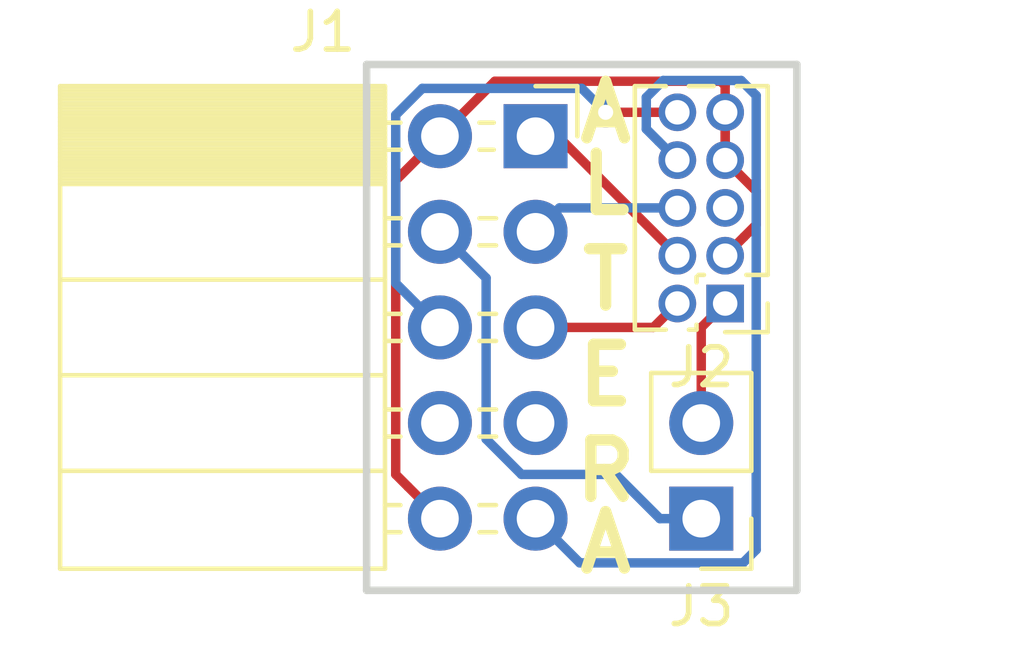
<source format=kicad_pcb>
(kicad_pcb (version 20171130) (host pcbnew 5.0.1)

  (general
    (thickness 1.6)
    (drawings 10)
    (tracks 47)
    (zones 0)
    (modules 3)
    (nets 12)
  )

  (page A4)
  (layers
    (0 F.Cu signal)
    (31 B.Cu signal)
    (32 B.Adhes user)
    (33 F.Adhes user)
    (34 B.Paste user)
    (35 F.Paste user)
    (36 B.SilkS user)
    (37 F.SilkS user)
    (38 B.Mask user)
    (39 F.Mask user)
    (40 Dwgs.User user)
    (41 Cmts.User user)
    (42 Eco1.User user)
    (43 Eco2.User user)
    (44 Edge.Cuts user)
    (45 Margin user)
    (46 B.CrtYd user)
    (47 F.CrtYd user)
    (48 B.Fab user)
    (49 F.Fab user)
  )

  (setup
    (last_trace_width 0.25)
    (trace_clearance 0.2)
    (zone_clearance 0.508)
    (zone_45_only no)
    (trace_min 0.2)
    (segment_width 0.2)
    (edge_width 0.15)
    (via_size 0.8)
    (via_drill 0.4)
    (via_min_size 0.4)
    (via_min_drill 0.3)
    (uvia_size 0.3)
    (uvia_drill 0.1)
    (uvias_allowed no)
    (uvia_min_size 0.2)
    (uvia_min_drill 0.1)
    (pcb_text_width 0.3)
    (pcb_text_size 1.5 1.5)
    (mod_edge_width 0.15)
    (mod_text_size 1 1)
    (mod_text_width 0.15)
    (pad_size 1.524 1.524)
    (pad_drill 0.762)
    (pad_to_mask_clearance 0.051)
    (solder_mask_min_width 0.25)
    (aux_axis_origin 0 0)
    (visible_elements FFFFFF7F)
    (pcbplotparams
      (layerselection 0x010fc_ffffffff)
      (usegerberextensions false)
      (usegerberattributes false)
      (usegerberadvancedattributes false)
      (creategerberjobfile false)
      (excludeedgelayer true)
      (linewidth 0.100000)
      (plotframeref false)
      (viasonmask false)
      (mode 1)
      (useauxorigin false)
      (hpglpennumber 1)
      (hpglpenspeed 20)
      (hpglpendiameter 15.000000)
      (psnegative false)
      (psa4output false)
      (plotreference true)
      (plotvalue true)
      (plotinvisibletext false)
      (padsonsilk false)
      (subtractmaskfromsilk false)
      (outputformat 1)
      (mirror false)
      (drillshape 0)
      (scaleselection 1)
      (outputdirectory "gerber"))
  )

  (net 0 "")
  (net 1 TMS)
  (net 2 GND)
  (net 3 TCK)
  (net 4 3V3)
  (net 5 VDD)
  (net 6 TDO)
  (net 7 SRST)
  (net 8 "Net-(J1-Pad7)")
  (net 9 TRST)
  (net 10 TDI)
  (net 11 "Net-(J2-Pad5)")

  (net_class Default "Dit is de standaard class."
    (clearance 0.2)
    (trace_width 0.25)
    (via_dia 0.8)
    (via_drill 0.4)
    (uvia_dia 0.3)
    (uvia_drill 0.1)
    (add_net 3V3)
    (add_net GND)
    (add_net "Net-(J1-Pad7)")
    (add_net "Net-(J2-Pad5)")
    (add_net SRST)
    (add_net TCK)
    (add_net TDI)
    (add_net TDO)
    (add_net TMS)
    (add_net TRST)
    (add_net VDD)
  )

  (module Connector_PinSocket_2.54mm:PinSocket_2x05_P2.54mm_Horizontal (layer F.Cu) (tedit 5A19A422) (tstamp 5BF23DE3)
    (at 127.677984 74.93)
    (descr "Through hole angled socket strip, 2x05, 2.54mm pitch, 8.51mm socket length, double cols (from Kicad 4.0.7), script generated")
    (tags "Through hole angled socket strip THT 2x05 2.54mm double row")
    (path /5BF1B2DB)
    (fp_text reference J1 (at -5.65 -2.77) (layer F.SilkS)
      (effects (font (size 1 1) (thickness 0.15)))
    )
    (fp_text value Conn_02x05_Odd_Even (at -5.65 12.93) (layer F.Fab)
      (effects (font (size 1 1) (thickness 0.15)))
    )
    (fp_line (start -12.57 -1.27) (end -5.03 -1.27) (layer F.Fab) (width 0.1))
    (fp_line (start -5.03 -1.27) (end -4.06 -0.3) (layer F.Fab) (width 0.1))
    (fp_line (start -4.06 -0.3) (end -4.06 11.43) (layer F.Fab) (width 0.1))
    (fp_line (start -4.06 11.43) (end -12.57 11.43) (layer F.Fab) (width 0.1))
    (fp_line (start -12.57 11.43) (end -12.57 -1.27) (layer F.Fab) (width 0.1))
    (fp_line (start 0 -0.3) (end -4.06 -0.3) (layer F.Fab) (width 0.1))
    (fp_line (start -4.06 0.3) (end 0 0.3) (layer F.Fab) (width 0.1))
    (fp_line (start 0 0.3) (end 0 -0.3) (layer F.Fab) (width 0.1))
    (fp_line (start 0 2.24) (end -4.06 2.24) (layer F.Fab) (width 0.1))
    (fp_line (start -4.06 2.84) (end 0 2.84) (layer F.Fab) (width 0.1))
    (fp_line (start 0 2.84) (end 0 2.24) (layer F.Fab) (width 0.1))
    (fp_line (start 0 4.78) (end -4.06 4.78) (layer F.Fab) (width 0.1))
    (fp_line (start -4.06 5.38) (end 0 5.38) (layer F.Fab) (width 0.1))
    (fp_line (start 0 5.38) (end 0 4.78) (layer F.Fab) (width 0.1))
    (fp_line (start 0 7.32) (end -4.06 7.32) (layer F.Fab) (width 0.1))
    (fp_line (start -4.06 7.92) (end 0 7.92) (layer F.Fab) (width 0.1))
    (fp_line (start 0 7.92) (end 0 7.32) (layer F.Fab) (width 0.1))
    (fp_line (start 0 9.86) (end -4.06 9.86) (layer F.Fab) (width 0.1))
    (fp_line (start -4.06 10.46) (end 0 10.46) (layer F.Fab) (width 0.1))
    (fp_line (start 0 10.46) (end 0 9.86) (layer F.Fab) (width 0.1))
    (fp_line (start -12.63 -1.21) (end -4 -1.21) (layer F.SilkS) (width 0.12))
    (fp_line (start -12.63 -1.091905) (end -4 -1.091905) (layer F.SilkS) (width 0.12))
    (fp_line (start -12.63 -0.97381) (end -4 -0.97381) (layer F.SilkS) (width 0.12))
    (fp_line (start -12.63 -0.855715) (end -4 -0.855715) (layer F.SilkS) (width 0.12))
    (fp_line (start -12.63 -0.73762) (end -4 -0.73762) (layer F.SilkS) (width 0.12))
    (fp_line (start -12.63 -0.619525) (end -4 -0.619525) (layer F.SilkS) (width 0.12))
    (fp_line (start -12.63 -0.50143) (end -4 -0.50143) (layer F.SilkS) (width 0.12))
    (fp_line (start -12.63 -0.383335) (end -4 -0.383335) (layer F.SilkS) (width 0.12))
    (fp_line (start -12.63 -0.26524) (end -4 -0.26524) (layer F.SilkS) (width 0.12))
    (fp_line (start -12.63 -0.147145) (end -4 -0.147145) (layer F.SilkS) (width 0.12))
    (fp_line (start -12.63 -0.02905) (end -4 -0.02905) (layer F.SilkS) (width 0.12))
    (fp_line (start -12.63 0.089045) (end -4 0.089045) (layer F.SilkS) (width 0.12))
    (fp_line (start -12.63 0.20714) (end -4 0.20714) (layer F.SilkS) (width 0.12))
    (fp_line (start -12.63 0.325235) (end -4 0.325235) (layer F.SilkS) (width 0.12))
    (fp_line (start -12.63 0.44333) (end -4 0.44333) (layer F.SilkS) (width 0.12))
    (fp_line (start -12.63 0.561425) (end -4 0.561425) (layer F.SilkS) (width 0.12))
    (fp_line (start -12.63 0.67952) (end -4 0.67952) (layer F.SilkS) (width 0.12))
    (fp_line (start -12.63 0.797615) (end -4 0.797615) (layer F.SilkS) (width 0.12))
    (fp_line (start -12.63 0.91571) (end -4 0.91571) (layer F.SilkS) (width 0.12))
    (fp_line (start -12.63 1.033805) (end -4 1.033805) (layer F.SilkS) (width 0.12))
    (fp_line (start -12.63 1.1519) (end -4 1.1519) (layer F.SilkS) (width 0.12))
    (fp_line (start -4 -0.36) (end -3.59 -0.36) (layer F.SilkS) (width 0.12))
    (fp_line (start -1.49 -0.36) (end -1.11 -0.36) (layer F.SilkS) (width 0.12))
    (fp_line (start -4 0.36) (end -3.59 0.36) (layer F.SilkS) (width 0.12))
    (fp_line (start -1.49 0.36) (end -1.11 0.36) (layer F.SilkS) (width 0.12))
    (fp_line (start -4 2.18) (end -3.59 2.18) (layer F.SilkS) (width 0.12))
    (fp_line (start -1.49 2.18) (end -1.05 2.18) (layer F.SilkS) (width 0.12))
    (fp_line (start -4 2.9) (end -3.59 2.9) (layer F.SilkS) (width 0.12))
    (fp_line (start -1.49 2.9) (end -1.05 2.9) (layer F.SilkS) (width 0.12))
    (fp_line (start -4 4.72) (end -3.59 4.72) (layer F.SilkS) (width 0.12))
    (fp_line (start -1.49 4.72) (end -1.05 4.72) (layer F.SilkS) (width 0.12))
    (fp_line (start -4 5.44) (end -3.59 5.44) (layer F.SilkS) (width 0.12))
    (fp_line (start -1.49 5.44) (end -1.05 5.44) (layer F.SilkS) (width 0.12))
    (fp_line (start -4 7.26) (end -3.59 7.26) (layer F.SilkS) (width 0.12))
    (fp_line (start -1.49 7.26) (end -1.05 7.26) (layer F.SilkS) (width 0.12))
    (fp_line (start -4 7.98) (end -3.59 7.98) (layer F.SilkS) (width 0.12))
    (fp_line (start -1.49 7.98) (end -1.05 7.98) (layer F.SilkS) (width 0.12))
    (fp_line (start -4 9.8) (end -3.59 9.8) (layer F.SilkS) (width 0.12))
    (fp_line (start -1.49 9.8) (end -1.05 9.8) (layer F.SilkS) (width 0.12))
    (fp_line (start -4 10.52) (end -3.59 10.52) (layer F.SilkS) (width 0.12))
    (fp_line (start -1.49 10.52) (end -1.05 10.52) (layer F.SilkS) (width 0.12))
    (fp_line (start -12.63 1.27) (end -4 1.27) (layer F.SilkS) (width 0.12))
    (fp_line (start -12.63 3.81) (end -4 3.81) (layer F.SilkS) (width 0.12))
    (fp_line (start -12.63 6.35) (end -4 6.35) (layer F.SilkS) (width 0.12))
    (fp_line (start -12.63 8.89) (end -4 8.89) (layer F.SilkS) (width 0.12))
    (fp_line (start -12.63 -1.33) (end -4 -1.33) (layer F.SilkS) (width 0.12))
    (fp_line (start -4 -1.33) (end -4 11.49) (layer F.SilkS) (width 0.12))
    (fp_line (start -12.63 11.49) (end -4 11.49) (layer F.SilkS) (width 0.12))
    (fp_line (start -12.63 -1.33) (end -12.63 11.49) (layer F.SilkS) (width 0.12))
    (fp_line (start 1.11 -1.33) (end 1.11 0) (layer F.SilkS) (width 0.12))
    (fp_line (start 0 -1.33) (end 1.11 -1.33) (layer F.SilkS) (width 0.12))
    (fp_line (start 1.8 -1.75) (end -13.05 -1.75) (layer F.CrtYd) (width 0.05))
    (fp_line (start -13.05 -1.75) (end -13.05 11.95) (layer F.CrtYd) (width 0.05))
    (fp_line (start -13.05 11.95) (end 1.8 11.95) (layer F.CrtYd) (width 0.05))
    (fp_line (start 1.8 11.95) (end 1.8 -1.75) (layer F.CrtYd) (width 0.05))
    (fp_text user %R (at -8.315 5.08 90) (layer F.Fab)
      (effects (font (size 1 1) (thickness 0.15)))
    )
    (pad 1 thru_hole rect (at 0 0) (size 1.7 1.7) (drill 1) (layers *.Cu *.Mask)
      (net 3 TCK))
    (pad 2 thru_hole oval (at -2.54 0) (size 1.7 1.7) (drill 1) (layers *.Cu *.Mask)
      (net 2 GND))
    (pad 3 thru_hole oval (at 0 2.54) (size 1.7 1.7) (drill 1) (layers *.Cu *.Mask)
      (net 6 TDO))
    (pad 4 thru_hole oval (at -2.54 2.54) (size 1.7 1.7) (drill 1) (layers *.Cu *.Mask)
      (net 4 3V3))
    (pad 5 thru_hole oval (at 0 5.08) (size 1.7 1.7) (drill 1) (layers *.Cu *.Mask)
      (net 1 TMS))
    (pad 6 thru_hole oval (at -2.54 5.08) (size 1.7 1.7) (drill 1) (layers *.Cu *.Mask)
      (net 7 SRST))
    (pad 7 thru_hole oval (at 0 7.62) (size 1.7 1.7) (drill 1) (layers *.Cu *.Mask)
      (net 8 "Net-(J1-Pad7)"))
    (pad 8 thru_hole oval (at -2.54 7.62) (size 1.7 1.7) (drill 1) (layers *.Cu *.Mask)
      (net 9 TRST))
    (pad 9 thru_hole oval (at 0 10.16) (size 1.7 1.7) (drill 1) (layers *.Cu *.Mask)
      (net 10 TDI))
    (pad 10 thru_hole oval (at -2.54 10.16) (size 1.7 1.7) (drill 1) (layers *.Cu *.Mask)
      (net 2 GND))
    (model ${KISYS3DMOD}/Connector_PinSocket_2.54mm.3dshapes/PinSocket_2x05_P2.54mm_Horizontal.wrl
      (at (xyz 0 0 0))
      (scale (xyz 1 1 1))
      (rotate (xyz 0 0 0))
    )
  )

  (module Connector_PinHeader_1.27mm:PinHeader_2x05_P1.27mm_Vertical (layer F.Cu) (tedit 59FED6E3) (tstamp 5BF23E08)
    (at 132.715 79.375 180)
    (descr "Through hole straight pin header, 2x05, 1.27mm pitch, double rows")
    (tags "Through hole pin header THT 2x05 1.27mm double row")
    (path /5BF1B453)
    (fp_text reference J2 (at 0.635 -1.695 180) (layer F.SilkS)
      (effects (font (size 1 1) (thickness 0.15)))
    )
    (fp_text value Conn_02x05_Odd_Even (at 0.635 6.775 180) (layer F.Fab)
      (effects (font (size 1 1) (thickness 0.15)))
    )
    (fp_line (start -0.2175 -0.635) (end 2.34 -0.635) (layer F.Fab) (width 0.1))
    (fp_line (start 2.34 -0.635) (end 2.34 5.715) (layer F.Fab) (width 0.1))
    (fp_line (start 2.34 5.715) (end -1.07 5.715) (layer F.Fab) (width 0.1))
    (fp_line (start -1.07 5.715) (end -1.07 0.2175) (layer F.Fab) (width 0.1))
    (fp_line (start -1.07 0.2175) (end -0.2175 -0.635) (layer F.Fab) (width 0.1))
    (fp_line (start -1.13 5.775) (end -0.30753 5.775) (layer F.SilkS) (width 0.12))
    (fp_line (start 1.57753 5.775) (end 2.4 5.775) (layer F.SilkS) (width 0.12))
    (fp_line (start 0.30753 5.775) (end 0.96247 5.775) (layer F.SilkS) (width 0.12))
    (fp_line (start -1.13 0.76) (end -1.13 5.775) (layer F.SilkS) (width 0.12))
    (fp_line (start 2.4 -0.695) (end 2.4 5.775) (layer F.SilkS) (width 0.12))
    (fp_line (start -1.13 0.76) (end -0.563471 0.76) (layer F.SilkS) (width 0.12))
    (fp_line (start 0.563471 0.76) (end 0.706529 0.76) (layer F.SilkS) (width 0.12))
    (fp_line (start 0.76 0.706529) (end 0.76 0.563471) (layer F.SilkS) (width 0.12))
    (fp_line (start 0.76 -0.563471) (end 0.76 -0.695) (layer F.SilkS) (width 0.12))
    (fp_line (start 0.76 -0.695) (end 0.96247 -0.695) (layer F.SilkS) (width 0.12))
    (fp_line (start 1.57753 -0.695) (end 2.4 -0.695) (layer F.SilkS) (width 0.12))
    (fp_line (start -1.13 0) (end -1.13 -0.76) (layer F.SilkS) (width 0.12))
    (fp_line (start -1.13 -0.76) (end 0 -0.76) (layer F.SilkS) (width 0.12))
    (fp_line (start -1.6 -1.15) (end -1.6 6.25) (layer F.CrtYd) (width 0.05))
    (fp_line (start -1.6 6.25) (end 2.85 6.25) (layer F.CrtYd) (width 0.05))
    (fp_line (start 2.85 6.25) (end 2.85 -1.15) (layer F.CrtYd) (width 0.05))
    (fp_line (start 2.85 -1.15) (end -1.6 -1.15) (layer F.CrtYd) (width 0.05))
    (fp_text user %R (at 0.635 2.54 270) (layer F.Fab)
      (effects (font (size 1 1) (thickness 0.15)))
    )
    (pad 1 thru_hole rect (at 0 0 180) (size 1 1) (drill 0.65) (layers *.Cu *.Mask)
      (net 5 VDD))
    (pad 2 thru_hole oval (at 1.27 0 180) (size 1 1) (drill 0.65) (layers *.Cu *.Mask)
      (net 1 TMS))
    (pad 3 thru_hole oval (at 0 1.27 180) (size 1 1) (drill 0.65) (layers *.Cu *.Mask)
      (net 2 GND))
    (pad 4 thru_hole oval (at 1.27 1.27 180) (size 1 1) (drill 0.65) (layers *.Cu *.Mask)
      (net 3 TCK))
    (pad 5 thru_hole oval (at 0 2.54 180) (size 1 1) (drill 0.65) (layers *.Cu *.Mask)
      (net 11 "Net-(J2-Pad5)"))
    (pad 6 thru_hole oval (at 1.27 2.54 180) (size 1 1) (drill 0.65) (layers *.Cu *.Mask)
      (net 6 TDO))
    (pad 7 thru_hole oval (at 0 3.81 180) (size 1 1) (drill 0.65) (layers *.Cu *.Mask)
      (net 2 GND))
    (pad 8 thru_hole oval (at 1.27 3.81 180) (size 1 1) (drill 0.65) (layers *.Cu *.Mask)
      (net 10 TDI))
    (pad 9 thru_hole oval (at 0 5.08 180) (size 1 1) (drill 0.65) (layers *.Cu *.Mask)
      (net 2 GND))
    (pad 10 thru_hole oval (at 1.27 5.08 180) (size 1 1) (drill 0.65) (layers *.Cu *.Mask)
      (net 7 SRST))
    (model ${KISYS3DMOD}/Connector_PinHeader_1.27mm.3dshapes/PinHeader_2x05_P1.27mm_Vertical.wrl
      (at (xyz 0 0 0))
      (scale (xyz 1 1 1))
      (rotate (xyz 0 0 0))
    )
  )

  (module Connector_PinHeader_2.54mm:PinHeader_1x02_P2.54mm_Vertical (layer F.Cu) (tedit 59FED5CC) (tstamp 5BF23E1E)
    (at 132.08 85.09 180)
    (descr "Through hole straight pin header, 1x02, 2.54mm pitch, single row")
    (tags "Through hole pin header THT 1x02 2.54mm single row")
    (path /5BF1B3E1)
    (fp_text reference J3 (at 0 -2.33 180) (layer F.SilkS)
      (effects (font (size 1 1) (thickness 0.15)))
    )
    (fp_text value Conn_01x02_Male (at 0 4.87 180) (layer F.Fab)
      (effects (font (size 1 1) (thickness 0.15)))
    )
    (fp_line (start -0.635 -1.27) (end 1.27 -1.27) (layer F.Fab) (width 0.1))
    (fp_line (start 1.27 -1.27) (end 1.27 3.81) (layer F.Fab) (width 0.1))
    (fp_line (start 1.27 3.81) (end -1.27 3.81) (layer F.Fab) (width 0.1))
    (fp_line (start -1.27 3.81) (end -1.27 -0.635) (layer F.Fab) (width 0.1))
    (fp_line (start -1.27 -0.635) (end -0.635 -1.27) (layer F.Fab) (width 0.1))
    (fp_line (start -1.33 3.87) (end 1.33 3.87) (layer F.SilkS) (width 0.12))
    (fp_line (start -1.33 1.27) (end -1.33 3.87) (layer F.SilkS) (width 0.12))
    (fp_line (start 1.33 1.27) (end 1.33 3.87) (layer F.SilkS) (width 0.12))
    (fp_line (start -1.33 1.27) (end 1.33 1.27) (layer F.SilkS) (width 0.12))
    (fp_line (start -1.33 0) (end -1.33 -1.33) (layer F.SilkS) (width 0.12))
    (fp_line (start -1.33 -1.33) (end 0 -1.33) (layer F.SilkS) (width 0.12))
    (fp_line (start -1.8 -1.8) (end -1.8 4.35) (layer F.CrtYd) (width 0.05))
    (fp_line (start -1.8 4.35) (end 1.8 4.35) (layer F.CrtYd) (width 0.05))
    (fp_line (start 1.8 4.35) (end 1.8 -1.8) (layer F.CrtYd) (width 0.05))
    (fp_line (start 1.8 -1.8) (end -1.8 -1.8) (layer F.CrtYd) (width 0.05))
    (fp_text user %R (at 0 1.27 270) (layer F.Fab)
      (effects (font (size 1 1) (thickness 0.15)))
    )
    (pad 1 thru_hole rect (at 0 0 180) (size 1.7 1.7) (drill 1) (layers *.Cu *.Mask)
      (net 4 3V3))
    (pad 2 thru_hole oval (at 0 2.54 180) (size 1.7 1.7) (drill 1) (layers *.Cu *.Mask)
      (net 5 VDD))
    (model ${KISYS3DMOD}/Connector_PinHeader_2.54mm.3dshapes/PinHeader_1x02_P2.54mm_Vertical.wrl
      (at (xyz 0 0 0))
      (scale (xyz 1 1 1))
      (rotate (xyz 0 0 0))
    )
  )

  (gr_text A (at 129.54 85.725) (layer F.SilkS)
    (effects (font (size 1.5 1.5) (thickness 0.3)))
  )
  (gr_text R (at 129.54 83.82) (layer F.SilkS)
    (effects (font (size 1.5 1.5) (thickness 0.3)))
  )
  (gr_text E (at 129.54 81.28) (layer F.SilkS)
    (effects (font (size 1.5 1.5) (thickness 0.3)))
  )
  (gr_text T (at 129.54 78.74) (layer F.SilkS)
    (effects (font (size 1.5 1.5) (thickness 0.3)))
  )
  (gr_text L (at 129.54 76.2) (layer F.SilkS)
    (effects (font (size 1.5 1.5) (thickness 0.3)))
  )
  (gr_text A (at 129.54 74.295) (layer F.SilkS)
    (effects (font (size 1.5 1.5) (thickness 0.3)))
  )
  (gr_line (start 134.62 73.025) (end 123.19 73.025) (layer Edge.Cuts) (width 0.2))
  (gr_line (start 134.62 86.995) (end 134.62 73.025) (layer Edge.Cuts) (width 0.2))
  (gr_line (start 123.19 86.995) (end 134.62 86.995) (layer Edge.Cuts) (width 0.2))
  (gr_line (start 123.19 73.025) (end 123.19 86.995) (layer Edge.Cuts) (width 0.2))

  (segment (start 130.81 80.01) (end 131.445 79.375) (width 0.25) (layer F.Cu) (net 1))
  (segment (start 127.677984 80.01) (end 130.81 80.01) (width 0.25) (layer F.Cu) (net 1))
  (segment (start 132.715 73.587894) (end 132.715 74.857894) (width 0.25) (layer F.Cu) (net 2))
  (segment (start 132.597105 73.469999) (end 132.715 73.587894) (width 0.25) (layer F.Cu) (net 2))
  (segment (start 132.715 74.857894) (end 132.715 75.565) (width 0.25) (layer F.Cu) (net 2))
  (segment (start 126.597985 73.469999) (end 132.597105 73.469999) (width 0.25) (layer F.Cu) (net 2))
  (segment (start 125.137984 74.93) (end 126.597985 73.469999) (width 0.25) (layer F.Cu) (net 2))
  (segment (start 132.715 74.295) (end 132.715 75.565) (width 0.25) (layer F.Cu) (net 2))
  (segment (start 133.214999 77.605001) (end 132.715 78.105) (width 0.25) (layer F.Cu) (net 2))
  (segment (start 133.540001 77.279999) (end 133.214999 77.605001) (width 0.25) (layer F.Cu) (net 2))
  (segment (start 133.540001 76.390001) (end 133.540001 77.279999) (width 0.25) (layer F.Cu) (net 2))
  (segment (start 132.715 75.565) (end 133.540001 76.390001) (width 0.25) (layer F.Cu) (net 2))
  (segment (start 123.962983 83.914999) (end 124.287985 84.240001) (width 0.25) (layer F.Cu) (net 2))
  (segment (start 124.287985 84.240001) (end 125.137984 85.09) (width 0.25) (layer F.Cu) (net 2))
  (segment (start 123.962983 76.105001) (end 123.962983 83.914999) (width 0.25) (layer F.Cu) (net 2))
  (segment (start 125.137984 74.93) (end 123.962983 76.105001) (width 0.25) (layer F.Cu) (net 2))
  (segment (start 128.27 74.93) (end 131.445 78.105) (width 0.25) (layer F.Cu) (net 3))
  (segment (start 127.677984 74.93) (end 128.27 74.93) (width 0.25) (layer F.Cu) (net 3))
  (segment (start 130.98 85.09) (end 132.08 85.09) (width 0.25) (layer B.Cu) (net 4))
  (segment (start 127.303981 83.914999) (end 129.804999 83.914999) (width 0.25) (layer B.Cu) (net 4))
  (segment (start 126.365 82.976018) (end 127.303981 83.914999) (width 0.25) (layer B.Cu) (net 4))
  (segment (start 126.365 78.697016) (end 126.365 82.976018) (width 0.25) (layer B.Cu) (net 4))
  (segment (start 129.804999 83.914999) (end 130.98 85.09) (width 0.25) (layer B.Cu) (net 4))
  (segment (start 125.137984 77.47) (end 126.365 78.697016) (width 0.25) (layer B.Cu) (net 4))
  (segment (start 132.08 80.01) (end 132.715 79.375) (width 0.25) (layer F.Cu) (net 5))
  (segment (start 132.08 82.55) (end 132.08 80.01) (width 0.25) (layer F.Cu) (net 5))
  (segment (start 128.312984 76.835) (end 127.677984 77.47) (width 0.25) (layer B.Cu) (net 6))
  (segment (start 131.445 76.835) (end 128.312984 76.835) (width 0.25) (layer B.Cu) (net 6))
  (segment (start 131.445 74.295) (end 129.54 74.295) (width 0.25) (layer F.Cu) (net 7))
  (segment (start 129.54 74.295) (end 129.54 74.295) (width 0.25) (layer F.Cu) (net 7) (tstamp 5BEEC60F))
  (via (at 129.54 74.295) (size 0.8) (drill 0.4) (layers F.Cu B.Cu) (net 7))
  (segment (start 123.962983 74.365999) (end 123.962983 78.834999) (width 0.25) (layer B.Cu) (net 7))
  (segment (start 124.287985 79.160001) (end 125.137984 80.01) (width 0.25) (layer B.Cu) (net 7))
  (segment (start 128.905 73.66) (end 124.668982 73.66) (width 0.25) (layer B.Cu) (net 7))
  (segment (start 123.962983 78.834999) (end 124.287985 79.160001) (width 0.25) (layer B.Cu) (net 7))
  (segment (start 124.668982 73.66) (end 123.962983 74.365999) (width 0.25) (layer B.Cu) (net 7))
  (segment (start 129.54 74.295) (end 128.905 73.66) (width 0.25) (layer B.Cu) (net 7))
  (segment (start 130.945001 75.065001) (end 131.445 75.565) (width 0.25) (layer B.Cu) (net 10))
  (segment (start 131.068988 73.45001) (end 130.619999 73.898999) (width 0.25) (layer B.Cu) (net 10))
  (segment (start 133.14001 73.45001) (end 131.068988 73.45001) (width 0.25) (layer B.Cu) (net 10))
  (segment (start 133.540001 73.850001) (end 133.14001 73.45001) (width 0.25) (layer B.Cu) (net 10))
  (segment (start 130.619999 73.898999) (end 130.619999 74.739999) (width 0.25) (layer B.Cu) (net 10))
  (segment (start 133.540001 85.915001) (end 133.540001 73.850001) (width 0.25) (layer B.Cu) (net 10))
  (segment (start 130.619999 74.739999) (end 130.945001 75.065001) (width 0.25) (layer B.Cu) (net 10))
  (segment (start 133.190001 86.265001) (end 133.540001 85.915001) (width 0.25) (layer B.Cu) (net 10))
  (segment (start 128.852985 86.265001) (end 133.190001 86.265001) (width 0.25) (layer B.Cu) (net 10))
  (segment (start 127.677984 85.09) (end 128.852985 86.265001) (width 0.25) (layer B.Cu) (net 10))

)

</source>
